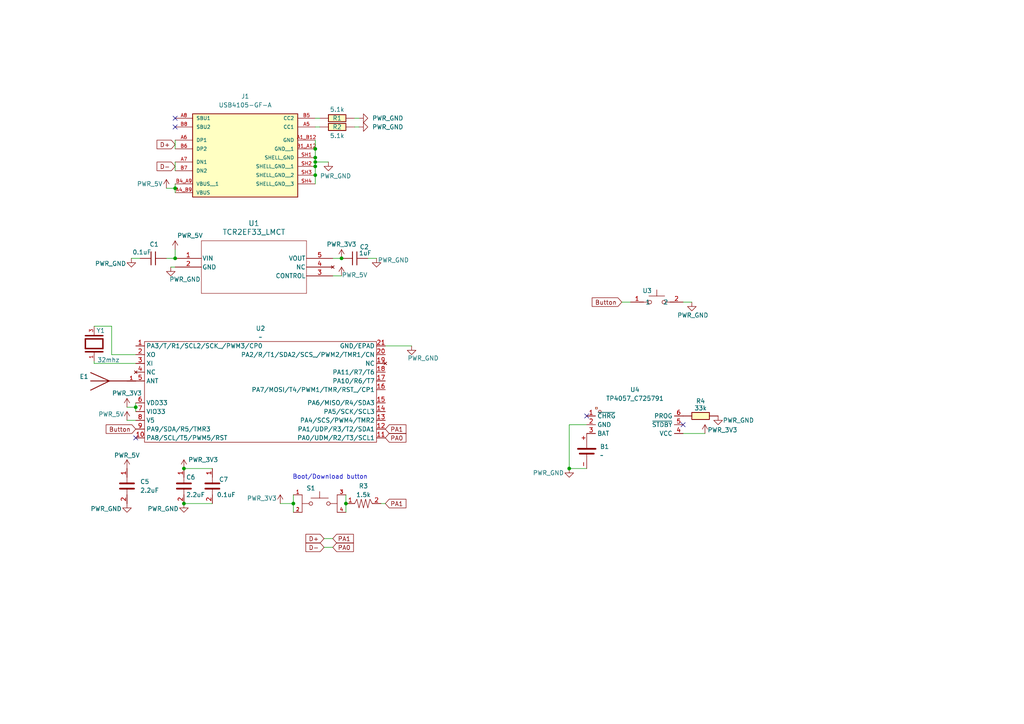
<source format=kicad_sch>
(kicad_sch (version 20250114) (generator "eeschema") (generator_version "9.0")
  (paper "A4")
  (lib_symbols
    (symbol "32mhz crystal:XRCGB32M000F2P01R0" (pin_names (offset 1.016))
      (property "Reference" "Y" (at -5.0878 3.8159 0))
      (property "Value" "XRCGB32M000F2P01R0" (at -5.0944 -5.0944 0))
      (symbol "XRCGB32M000F2P01R0_0_0"
        (polyline (pts (xy -2.3368 2.54) (xy -2.3368 -2.54)) (stroke (width 0.4064)))
        (polyline (pts (xy -1.397 2.54) (xy -1.397 -2.54)) (stroke (width 0.4064)))
        (polyline (pts (xy -1.397 2.54) (xy 1.397 2.54)) (stroke (width 0.4064)))
        (polyline (pts (xy 1.397 2.54) (xy 1.397 -2.54)) (stroke (width 0.4064)))
        (polyline (pts (xy 1.397 -2.54) (xy -1.397 -2.54)) (stroke (width 0.4064)))
        (polyline (pts (xy 2.3368 2.54) (xy 2.3368 -2.54)) (stroke (width 0.4064)))
        (pin passive line (at -5.08 0 0) (length 2.54) (name "~") (number "1"))
        (pin passive line (at 5.08 0 180) (length 2.54) (name "~") (number "3"))
      )
    )
    (symbol "CH572D:CH572D"
      (property "Reference" "U" (at 0 0 0))
      (symbol "CH572D_0_1"
        (rectangle (start -33.02 16.51) (end 34.29 -12.7))
      )
      (symbol "CH572D_1_1"
        (pin bidirectional line (at -35.56 15.24 0) (length 2.54) (name "PA3/T/R1/SCL2/SCK_/PWM3/CP0") (number "1"))
        (pin input line (at -35.56 12.7 0) (length 2.54) (name "XO") (number "2"))
        (pin input line (at -35.56 10.16 0) (length 2.54) (name "XI") (number "3"))
        (pin no_connect line (at -35.56 7.62 0) (length 2.54) (name "NC") (number "4"))
        (pin bidirectional line (at -35.56 5.08 0) (length 2.54) (name "ANT") (number "5"))
        (pin power_in line (at -35.56 -1.27 0) (length 2.54) (name "VDD33") (number "6"))
        (pin power_in line (at -35.56 -3.81 0) (length 2.54) (name "VIO33") (number "7"))
        (pin power_in line (at -35.56 -6.35 0) (length 2.54) (name "V5") (number "8"))
        (pin bidirectional line (at -35.56 -8.89 0) (length 2.54) (name "PA9/SDA/R5/TMR3") (number "9"))
        (pin bidirectional line (at -35.56 -11.43 0) (length 2.54) (name "PA8/SCL/T5/PWM5/RST") (number "10"))
        (pin power_in line (at 36.83 15.24 180) (length 2.54) (name "GND/EPAD") (number "21"))
        (pin bidirectional line (at 36.83 12.7 180) (length 2.54) (name "PA2/R/T1/SDA2/SCS_/PWM2/TMR1/CN") (number "20"))
        (pin no_connect line (at 36.83 10.16 180) (length 2.54) (name "NC") (number "19"))
        (pin bidirectional line (at 36.83 7.62 180) (length 2.54) (name "PA11/R7/T6") (number "18"))
        (pin bidirectional line (at 36.83 5.08 180) (length 2.54) (name "PA10/R6/T7") (number "17"))
        (pin bidirectional line (at 36.83 2.54 180) (length 2.54) (name "PA7/MOSI/T4/PWM1/TMR/RST_/CP1") (number "16"))
        (pin bidirectional line (at 36.83 -1.27 180) (length 2.54) (name "PA6/MISO/R4/SDA3") (number "15"))
        (pin bidirectional line (at 36.83 -3.81 180) (length 2.54) (name "PA5/SCK/SCL3") (number "14"))
        (pin bidirectional line (at 36.83 -6.35 180) (length 2.54) (name "PA4/SCS/PWM4/TMR2") (number "13"))
        (pin bidirectional line (at 36.83 -8.89 180) (length 2.54) (name "PA1/UDP/R3/T2/SDA1") (number "12"))
        (pin bidirectional line (at 36.83 -11.43 180) (length 2.54) (name "PA0/UDM/R2/T3/SCL1") (number "11"))
      )
    )
    (symbol "C_0603_2" (pin_names (offset 1.016))
      (property "Reference" "C" (at -2.794 3.302 0))
      (property "Value" "F" (at 2.794 -3.048 0))
      (symbol "C_0603_2_0_1"
        (polyline (pts (xy -0.762 -2.032) (xy -0.762 2.032)) (stroke (width 0.508)))
        (polyline (pts (xy -0.635 0) (xy -2.54 0)))
        (polyline (pts (xy 0.635 0) (xy 2.54 0)))
        (polyline (pts (xy 0.762 -2.032) (xy 0.762 2.032)) (stroke (width 0.508)))
      )
      (symbol "C_0603_2_1_1"
        (pin passive line (at -5.08 0 0) (length 2.54) (name "") (number "1"))
        (pin passive line (at 5.08 0 180) (length 2.54) (name "") (number "2"))
      )
    )
    (symbol "EasyEDA:CPG151101D01"
      (property "Reference" "U" (at 0 5.08 0))
      (property "Value" "CPG151101D01" (at 0 -5.08 0))
      (symbol "CPG151101D01_0_1"
        (polyline (pts (xy -5.08 0) (xy -2.54 0)))
        (polyline (pts (xy -2.29 1.78) (xy 2.29 1.78)))
        (circle (center -2.03 0) (radius 0.51))
        (polyline (pts (xy 0 1.78) (xy 0 3.56)))
        (circle (center 2.03 0) (radius 0.51))
        (polyline (pts (xy 5.08 0) (xy 2.54 0)))
        (pin unspecified line (at -7.62 0 0) (length 3.81) (name "1") (number "1"))
        (pin unspecified line (at 7.62 0 180) (length 3.81) (name "2") (number "2"))
      )
    )
    (symbol "EasyEDA:TP4057_C725791"
      (property "Reference" "U" (at 0 7.62 0))
      (property "Value" "TP4057_C725791" (at 0 -7.62 0))
      (symbol "TP4057_C725791_0_1"
        (rectangle (start -11.43 5.08) (end -10.92 4.57) (fill (type background)))
        (circle (center -10.16 3.81) (radius 0.38))
        (pin unspecified line (at -13.97 2.54 0) (length 2.54) (name "~{CHRG}") (number "1"))
        (pin unspecified line (at -13.97 0 0) (length 2.54) (name "GND") (number "2"))
        (pin unspecified line (at -13.97 -2.54 0) (length 2.54) (name "BAT") (number "3"))
        (pin unspecified line (at 13.97 2.54 180) (length 2.54) (name "PROG") (number "6"))
        (pin unspecified line (at 13.97 0 180) (length 2.54) (name "~{STDBY}") (number "5"))
        (pin unspecified line (at 13.97 -2.54 180) (length 2.54) (name "VCC") (number "4"))
      )
    )
    (symbol "R_0603_1" (pin_names (offset 1.016))
      (property "Reference" "R" (at -3.814 2.0087 0))
      (property "Value" "Ω" (at 0.254 -3.048 0))
      (symbol "R_0603_1_0_1"
        (polyline (pts (xy -2.54 0) (xy -1.905 1.27) (xy -1.27 -1.27) (xy -0.635 1.27) (xy 0 -1.27) (xy 0.635 1.27) (xy 1.27 -1.27) (xy 1.905 1.27) (xy 2.54 0)))
      )
      (symbol "R_0603_1_1_1"
        (pin passive line (at -5.08 0 0) (length 2.54) (name "") (number "1"))
        (pin passive line (at 5.08 0 180) (length 2.54) (name "") (number "2"))
      )
    )
    (symbol "button:TL3365AF180QG" (pin_names (offset 1.016))
      (property "Reference" "S" (at -5.08 5.08 0))
      (property "Value" "TL3365AF180QG" (at -5.08 -5.08 0))
      (symbol "TL3365AF180QG_0_0"
        (polyline (pts (xy -5.08 2.54) (xy -5.08 -2.54)) (stroke (width 0.1524)))
        (polyline (pts (xy -5.08 0) (xy -3.048 0)) (stroke (width 0.1524)))
        (polyline (pts (xy -2.54 1.5875) (xy 0 1.5875)) (stroke (width 0.1524)))
        (circle (center -2.54 0) (radius 0.508) (stroke (width 0.1524)))
        (polyline (pts (xy 0 1.5875) (xy 0 3.4925)) (stroke (width 0.1524)))
        (polyline (pts (xy 0 1.5875) (xy 2.54 1.5875)) (stroke (width 0.1524)))
        (circle (center 2.54 0) (radius 0.508) (stroke (width 0.1524)))
        (polyline (pts (xy 5.08 2.54) (xy 5.08 -2.54)) (stroke (width 0.1524)))
        (polyline (pts (xy 5.08 0) (xy 3.048 0)) (stroke (width 0.1524)))
        (pin passive line (at -7.62 2.54 0) (length 2.54) (name "~") (number "1"))
        (pin passive line (at -7.62 -2.54 0) (length 2.54) (name "~") (number "2"))
        (pin passive line (at 7.62 2.54 180) (length 2.54) (name "~") (number "3"))
        (pin passive line (at 7.62 -2.54 180) (length 2.54) (name "~") (number "4"))
      )
    )
    (symbol "ceramic antenna:AMCA31-2R450G-S1F-T3" (pin_names (offset 1.016))
      (property "Reference" "E" (at 2.8004 5.8496 0))
      (property "Value" "AMCA31-2R450G-S1F-T3" (at 2.6732 3.813 0))
      (symbol "AMCA31-2R450G-S1F-T3_0_0"
        (polyline (pts (xy 0 8.001) (xy 0 2.54)) (stroke (width 0.254)))
        (polyline (pts (xy 0 2.54) (xy -2.667 8.001)) (stroke (width 0.254)))
        (polyline (pts (xy 0 2.54) (xy 0 -5.08)) (stroke (width 0.254)))
        (polyline (pts (xy 2.413 8.001) (xy 0 2.54)) (stroke (width 0.254)))
        (pin input line (at 0 -5.08 90) (length 2.54) (name "~") (number "1"))
      )
    )
    (symbol "fab:C_0603" (pin_numbers (hide yes))
      (property "Reference" "C" (at 0.635 2.54 0))
      (property "Value" "C_0603" (at 0.635 -2.54 0))
      (symbol "C_0603_1_1"
        (polyline (pts (xy -1.905 0.635) (xy 1.905 0.635)) (stroke (width 0.25)))
        (polyline (pts (xy -1.905 -0.635) (xy 1.905 -0.635)) (stroke (width 0.25)))
        (pin passive line (at 0 3.81 270) (length 3.175) (name "~") (number "1"))
        (pin passive line (at 0 -3.81 90) (length 3.175) (name "~") (number "2"))
      )
    )
    (symbol "fab:PWR_3V3" (power) (pin_names (offset 0))
      (property "Value" "PWR_3V3" (at 0 3.556 0))
      (symbol "PWR_3V3_0_1"
        (polyline (pts (xy -0.762 1.27) (xy 0 2.54)))
        (polyline (pts (xy 0 2.54) (xy 0.762 1.27)))
        (polyline (pts (xy 0 0) (xy 0 2.54)))
      )
      (symbol "PWR_3V3_1_1"
        (pin power_in line (at 0 0 90) (length 0) (hide yes) (name "PWR_3V3") (number "1"))
      )
    )
    (symbol "fab:PWR_5V" (power) (pin_names (offset 0))
      (property "Value" "PWR_5V" (at 0 3.556 0))
      (symbol "PWR_5V_0_1"
        (polyline (pts (xy -0.762 1.27) (xy 0 2.54)))
        (polyline (pts (xy 0 2.54) (xy 0.762 1.27)))
        (polyline (pts (xy 0 0) (xy 0 2.54)))
      )
      (symbol "PWR_5V_1_1"
        (pin power_in line (at 0 0 90) (length 0) (hide yes) (name "PWR_5V") (number "1"))
      )
    )
    (symbol "fab:PWR_GND" (power) (pin_names (offset 0))
      (property "Value" "PWR_GND" (at 0 -3.81 0))
      (symbol "PWR_GND_0_1"
        (polyline (pts (xy 0 0) (xy 0 -1.27) (xy 1.27 -1.27) (xy 0 -2.54) (xy -1.27 -1.27) (xy 0 -1.27)))
      )
      (symbol "PWR_GND_1_1"
        (pin power_in line (at 0 0 270) (length 0) (hide yes) (name "PWR_GND") (number "1"))
      )
    )
    (symbol "fab:R_0603" (pin_numbers (hide yes)) (pin_names (offset 0))
      (property "Reference" "R" (at 2.54 0 90))
      (property "Value" "R_0603" (at -2.54 0 90))
      (symbol "R_0603_0_1"
        (rectangle (start -1.016 -2.54) (end 1.016 2.54) (stroke (width 0.254)) (fill (type background)))
      )
      (symbol "R_0603_1_1"
        (pin passive line (at 0 5.08 270) (length 2.54) (name "~") (number "1"))
        (pin passive line (at 0 -5.08 90) (length 2.54) (name "~") (number "2"))
      )
    )
    (symbol "supersmallbattery:Battery"
      (property "Reference" "B" (at 0 3.556 0))
      (symbol "Battery_0_1"
        (polyline (pts (xy -0.635 0) (xy -2.54 0)))
        (polyline (pts (xy -0.635 -2.54) (xy -0.635 2.54)) (stroke (width 0.508)))
        (polyline (pts (xy 0.635 0) (xy 2.54 0)))
        (polyline (pts (xy 0.762 -2.032) (xy 0.762 2.032)) (stroke (width 0.508)))
      )
      (symbol "Battery_1_1"
        (pin passive line (at -5.08 0 0) (length 2.54) (name "+") (number "+"))
        (pin passive line (at 5.08 0 180) (length 2.54) (name "") (number "-"))
      )
    )
    (symbol "usbc:USB4105-GF-A" (pin_names (offset 1.016))
      (property "Reference" "J" (at -15.24 13.97 0))
      (property "Value" "USB4105-GF-A" (at -15.24 -27.94 0))
      (symbol "USB4105-GF-A_0_0"
        (rectangle (start -15.24 12.7) (end 15.24 -11.43) (stroke (width 0.254)) (fill (type background)))
        (pin bidirectional line (at -20.32 11.43 0) (length 5.08) (name "SBU1") (number "A8"))
        (pin bidirectional line (at -20.32 8.89 0) (length 5.08) (name "SBU2") (number "B8"))
        (pin bidirectional line (at -20.32 5.08 0) (length 5.08) (name "DP1") (number "A6"))
        (pin bidirectional line (at -20.32 2.54 0) (length 5.08) (name "DP2") (number "B6"))
        (pin bidirectional line (at -20.32 -1.27 0) (length 5.08) (name "DN1") (number "A7"))
        (pin bidirectional line (at -20.32 -3.81 0) (length 5.08) (name "DN2") (number "B7"))
        (pin power_in line (at -20.32 -7.62 0) (length 5.08) (name "VBUS__1") (number "B4_A9"))
        (pin power_in line (at -20.32 -10.16 0) (length 5.08) (name "VBUS") (number "A4_B9"))
        (pin bidirectional line (at 20.32 11.43 180) (length 5.08) (name "CC2") (number "B5"))
        (pin bidirectional line (at 20.32 8.89 180) (length 5.08) (name "CC1") (number "A5"))
        (pin power_in line (at 20.32 5.08 180) (length 5.08) (name "GND") (number "A1_B12"))
        (pin power_in line (at 20.32 2.54 180) (length 5.08) (name "GND__1") (number "B1_A12"))
        (pin power_in line (at 20.32 0 180) (length 5.08) (name "SHELL_GND") (number "SH1"))
        (pin power_in line (at 20.32 -2.54 180) (length 5.08) (name "SHELL_GND__1") (number "SH2"))
        (pin power_in line (at 20.32 -5.08 180) (length 5.08) (name "SHELL_GND__2") (number "SH3"))
        (pin power_in line (at 20.32 -7.62 180) (length 5.08) (name "SHELL_GND__3") (number "SH4"))
      )
    )
    (symbol "voltage regulator:TCR2EF33_LMCT" (pin_names (offset 0.254))
      (property "Reference" "U" (at 22.86 10.16 0))
      (property "Value" "TCR2EF33_LMCT" (at 22.86 7.62 0))
      (symbol "TCR2EF33_LMCT_0_1"
        (polyline (pts (xy 7.62 5.08) (xy 7.62 -10.16)) (stroke (width 0.127)))
        (polyline (pts (xy 7.62 -10.16) (xy 38.1 -10.16)) (stroke (width 0.127)))
        (polyline (pts (xy 38.1 5.08) (xy 7.62 5.08)) (stroke (width 0.127)))
        (polyline (pts (xy 38.1 -10.16) (xy 38.1 5.08)) (stroke (width 0.127)))
        (pin power_in line (at 0 0 0) (length 7.62) (name "VIN") (number "1"))
        (pin power_out line (at 0 -2.54 0) (length 7.62) (name "GND") (number "2"))
        (pin power_in line (at 45.72 0 180) (length 7.62) (name "VOUT") (number "5"))
        (pin no_connect line (at 45.72 -2.54 180) (length 7.62) (name "NC") (number "4"))
        (pin unspecified line (at 45.72 -5.08 180) (length 7.62) (name "CONTROL") (number "3"))
      )
    )
  )
  (text "Boot/Download button\n" (at 95.758 138.43 0) (effects (font (size 1.27 1.27))))
  (junction (at 91.44 43.18))
  (junction (at 85.09 146.05))
  (junction (at 99.06 74.93))
  (junction (at 91.44 50.8))
  (junction (at 91.44 48.26))
  (junction (at 100.33 146.05))
  (junction (at 53.34 146.05))
  (junction (at 53.34 135.89))
  (junction (at 165.1 135.89))
  (junction (at 91.44 45.72))
  (junction (at 91.44 46.99))
  (junction (at 39.37 118.11))
  (junction (at 50.8 54.61))
  (junction (at 50.8 74.93))
  (no_connect (at 50.8 34.29))
  (no_connect (at 170.18 120.65))
  (no_connect (at 39.37 127))
  (no_connect (at 50.8 36.83))
  (no_connect (at 198.12 123.19))
  (wire (pts (xy 200.66 87.63) (xy 198.12 87.63)))
  (wire (pts (xy 165.1 123.19) (xy 170.18 123.19)))
  (wire (pts (xy 39.37 118.11) (xy 39.37 119.38)))
  (wire (pts (xy 91.44 40.64) (xy 91.44 43.18)))
  (wire (pts (xy 27.305 105.41) (xy 39.37 105.41)))
  (wire (pts (xy 27.305 94.615) (xy 32.385 94.615)))
  (wire (pts (xy 36.83 118.11) (xy 39.37 118.11)))
  (wire (pts (xy 102.87 34.29) (xy 104.14 34.29)))
  (wire (pts (xy 91.44 34.29) (xy 92.71 34.29)))
  (wire (pts (xy 32.385 102.87) (xy 39.37 102.87)))
  (wire (pts (xy 96.52 80.01) (xy 99.06 80.01)))
  (wire (pts (xy 48.26 74.93) (xy 50.8 74.93)))
  (wire (pts (xy 32.385 94.615) (xy 32.385 102.87)))
  (wire (pts (xy 50.8 46.99) (xy 50.8 49.53)))
  (wire (pts (xy 91.44 50.8) (xy 91.44 53.34)))
  (wire (pts (xy 81.28 146.05) (xy 85.09 146.05)))
  (wire (pts (xy 100.33 146.05) (xy 100.33 148.59)))
  (wire (pts (xy 85.09 143.51) (xy 85.09 146.05)))
  (wire (pts (xy 91.44 46.99) (xy 95.25 46.99)))
  (wire (pts (xy 102.87 36.83) (xy 104.14 36.83)))
  (wire (pts (xy 93.98 156.21) (xy 96.52 156.21)))
  (wire (pts (xy 99.06 74.93) (xy 96.52 74.93)))
  (wire (pts (xy 93.98 158.75) (xy 96.52 158.75)))
  (wire (pts (xy 27.305 105.41) (xy 27.305 104.775)))
  (wire (pts (xy 49.53 77.47) (xy 50.8 77.47)))
  (wire (pts (xy 38.1 74.93) (xy 40.64 74.93)))
  (wire (pts (xy 50.8 40.64) (xy 50.8 43.18)))
  (wire (pts (xy 53.34 146.05) (xy 61.595 146.05)))
  (wire (pts (xy 110.49 146.05) (xy 111.76 146.05)))
  (wire (pts (xy 91.44 46.99) (xy 91.44 48.26)))
  (wire (pts (xy 180.34 87.63) (xy 182.88 87.63)))
  (wire (pts (xy 100.33 143.51) (xy 100.33 146.05)))
  (wire (pts (xy 50.8 72.39) (xy 50.8 74.93)))
  (wire (pts (xy 165.1 135.89) (xy 165.1 123.19)))
  (wire (pts (xy 36.83 121.92) (xy 39.37 121.92)))
  (wire (pts (xy 91.44 36.83) (xy 92.71 36.83)))
  (wire (pts (xy 91.44 48.26) (xy 91.44 50.8)))
  (wire (pts (xy 39.37 116.84) (xy 39.37 118.11)))
  (wire (pts (xy 91.44 43.18) (xy 91.44 45.72)))
  (wire (pts (xy 53.34 135.89) (xy 61.595 135.89)))
  (wire (pts (xy 85.09 146.05) (xy 85.09 148.59)))
  (wire (pts (xy 50.8 54.61) (xy 50.8 55.88)))
  (wire (pts (xy 91.44 45.72) (xy 91.44 46.99)))
  (wire (pts (xy 165.1 135.89) (xy 170.18 135.89)))
  (wire (pts (xy 48.26 54.61) (xy 50.8 54.61)))
  (wire (pts (xy 109.22 74.93) (xy 106.68 74.93)))
  (wire (pts (xy 111.76 100.33) (xy 119.38 100.33)))
  (wire (pts (xy 204.47 125.73) (xy 198.12 125.73)))
  (wire (pts (xy 50.8 53.34) (xy 50.8 54.61)))
  (global_label "D+" (shape input) (at 50.8 41.91 180) (property "Intersheetrefs" "${INTERSHEET_REFS}" (effects (hide yes))))
  (global_label "D+" (shape input) (at 93.98 156.21 180) (property "Intersheetrefs" "${INTERSHEET_REFS}" (effects (hide yes))))
  (global_label "PA1" (shape input) (at 111.76 146.05 0) (property "Intersheetrefs" "${INTERSHEET_REFS}" (effects (hide yes))))
  (global_label "PA1" (shape input) (at 111.76 124.46 0) (property "Intersheetrefs" "${INTERSHEET_REFS}" (effects (hide yes))))
  (global_label "D-" (shape input) (at 50.8 48.26 180) (property "Intersheetrefs" "${INTERSHEET_REFS}" (effects (hide yes))))
  (global_label "D-" (shape input) (at 93.98 158.75 180) (property "Intersheetrefs" "${INTERSHEET_REFS}" (effects (hide yes))))
  (global_label "PA0" (shape input) (at 96.52 158.75 0) (property "Intersheetrefs" "${INTERSHEET_REFS}" (effects (hide yes))))
  (global_label "Button" (shape input) (at 180.34 87.63 180) (property "Intersheetrefs" "${INTERSHEET_REFS}" (effects (hide yes))))
  (global_label "PA1" (shape input) (at 96.52 156.21 0) (property "Intersheetrefs" "${INTERSHEET_REFS}" (effects (hide yes))))
  (global_label "Button" (shape input) (at 39.37 124.46 180) (property "Intersheetrefs" "${INTERSHEET_REFS}" (effects (hide yes))))
  (global_label "PA0" (shape input) (at 111.76 127 0) (property "Intersheetrefs" "${INTERSHEET_REFS}" (effects (hide yes))))
  (symbol (lib_id "EasyEDA:TP4057_C725791") (at 184.15 123.19 0) (unit 1)
    (property "Reference" "U4" (at 184.15 113.03 0))
    (property "Value" "TP4057_C725791" (at 184.15 115.57 0))
    (property "Footprint" "EasyEDA:SOT-23-6_L2.9-W1.6-P0.95-LS2.8-BR" (effects (hide yes)))
    (property "Datasheet" "https://lcsc.com/product-detail/PMIC-Battery-Management_UMW-Youtai-Semiconductor-Co-Ltd-TP4057_C725791.html" (effects (hide yes)))
    (property "LCSC Part" "C725791" (effects (hide yes)))
  )
  (symbol (lib_id "EasyEDA:CPG151101D01") (at 190.5 87.63 0) (unit 1)
    (property "Reference" "U3" (at 187.706 84.328 0))
    (property "Value" "CPG151101D01" (effects (hide yes)))
    (property "Footprint" "EasyEDA:SW-TH_CPG151101D9X" (effects (hide yes)))
    (property "LCSC Part" "C49234238" (effects (hide yes)))
  )
  (symbol (lib_id "fab:PWR_5V") (at 50.8 72.39 0) (unit 1)
    (property "Reference" "#PWR0109" (effects (hide yes)))
    (property "Value" "PWR_5V" (at 55.118 68.326 0))
    (property "Description" "Power symbol creates a global label with name \"+5V\"" (effects (hide yes)))
  )
  (symbol (lib_id "fab:PWR_GND") (at 104.14 36.83 90) (unit 1)
    (property "Reference" "#PWR0103" (effects (hide yes)))
    (property "Value" "PWR_GND" (at 107.95 36.8299 90) (effects (justify right)))
    (property "Description" "Power symbol creates a global label with name \"GND\" , ground" (effects (hide yes)))
  )
  (symbol (lib_id "fab:PWR_GND") (at 53.34 146.05 0) (unit 1)
    (property "Reference" "#PWR012" (effects (hide yes)))
    (property "Value" "PWR_GND" (at 51.816 147.574 0) (effects (justify right)))
    (property "Description" "Power symbol creates a global label with name \"GND\" , ground" (effects (hide yes)))
  )
  (symbol (lib_id "supersmallbattery:Battery") (at 170.18 130.81 270) (unit 1)
    (property "Reference" "B1" (at 173.99 129.5399 90) (effects (justify left)))
    (property "Value" "~" (at 173.99 132.0799 90) (effects (justify left)))
    (property "Footprint" "Footprint:supersmallbattery" (effects (hide yes)))
  )
  (symbol (lib_id "fab:PWR_GND") (at 200.66 87.63 0) (unit 1)
    (property "Reference" "#PWR06" (effects (hide yes)))
    (property "Value" "PWR_GND" (at 205.486 91.44 0) (effects (justify right)))
    (property "Description" "Power symbol creates a global label with name \"GND\" , ground" (effects (hide yes)))
  )
  (symbol (lib_id "ceramic antenna:AMCA31-2R450G-S1F-T3") (at 34.29 110.49 90) (unit 1)
    (property "Reference" "E1" (at 24.384 109.22 90))
    (property "Value" "AMCA31-2R450G-S1F-T3" (effects (hide yes)))
    (property "Footprint" "CHXXX:ANT-F-1-2.4G-1.6mmFR4-WCH" (effects (hide yes)))
    (property "PARTREV" "03-21-19" (effects (hide yes)))
    (property "STANDARD" "Manufacturer Recommendations" (effects (hide yes)))
    (property "SNAPEDA_PN" "AMCA31-2R450G-S1F-T3" (effects (hide yes)))
    (property "MAXIMUM_PACKAGE_HEIGHT" "1.4mm" (effects (hide yes)))
    (property "MANUFACTURER" "Abracon" (effects (hide yes)))
  )
  (symbol (lib_id "fab:C_0603") (at 44.45 74.93 90) (unit 1)
    (property "Reference" "C1" (at 44.704 70.866 90))
    (property "Value" "0.1uF" (at 41.148 73.152 90))
    (property "Footprint" "Footprint:C_0603" (effects (hide yes)))
    (property "Datasheet" "https://www.yageo.com/upload/media/product/productsearch/datasheet/mlcc/UPY-GP_NP0_16V-to-50V_18.pdf" (effects (hide yes)))
    (property "Description" "Unpolarized capacitor, SMD, 1206" (effects (hide yes)))
  )
  (symbol (lib_id "fab:PWR_GND") (at 49.53 77.47 0) (unit 1)
    (property "Reference" "#PWR0110" (effects (hide yes)))
    (property "Value" "PWR_GND" (at 58.166 81.026 0) (effects (justify right)))
    (property "Description" "Power symbol creates a global label with name \"GND\" , ground" (effects (hide yes)))
  )
  (symbol (lib_id "button:TL3365AF180QG") (at 92.71 146.05 0) (unit 1)
    (property "Reference" "S1" (at 90.17 141.605 0))
    (property "Value" "TL3365AF180QG" (effects (hide yes)))
    (property "Footprint" "Footprint:button" (effects (hide yes)))
    (property "PARTREV" "A" (effects (hide yes)))
    (property "SNAPEDA_PN" "TL3365AF180QG" (effects (hide yes)))
    (property "STANDARD" "Manufacturer Recommendations" (effects (hide yes)))
    (property "MAXIMUM_PACKAGE_HEIGHT" "2.5 mm" (effects (hide yes)))
    (property "MANUFACTURER" "E-Switch" (effects (hide yes)))
  )
  (symbol (lib_id "fab:PWR_GND") (at 119.38 100.33 0) (unit 1)
    (property "Reference" "#PWR05" (effects (hide yes)))
    (property "Value" "PWR_GND" (at 127.254 103.886 0) (effects (justify right)))
    (property "Description" "Power symbol creates a global label with name \"GND\" , ground" (effects (hide yes)))
  )
  (symbol (lib_id "fab:PWR_5V") (at 36.83 121.92 0) (unit 1)
    (property "Reference" "#PWR02" (effects (hide yes)))
    (property "Value" "PWR_5V" (at 32.258 120.142 0))
    (property "Description" "Power symbol creates a global label with name \"+5V\"" (effects (hide yes)))
  )
  (symbol (lib_id "fab:C_0603") (at 102.87 74.93 90) (unit 1)
    (property "Reference" "C2" (at 105.664 71.628 90))
    (property "Value" "1uF" (at 105.918 73.406 90))
    (property "Footprint" "Footprint:C_0603" (effects (hide yes)))
    (property "Datasheet" "https://www.yageo.com/upload/media/product/productsearch/datasheet/mlcc/UPY-GP_NP0_16V-to-50V_18.pdf" (effects (hide yes)))
    (property "Description" "Unpolarized capacitor, SMD, 1206" (effects (hide yes)))
  )
  (symbol (lib_name "C_0603_2") (lib_id "0603:C_0603") (at 61.595 140.97 270) (unit 1)
    (property "Reference" "C7" (at 63.5 139.065 90) (effects (justify left)))
    (property "Value" "0.1uF" (at 62.865 143.51 90) (effects (justify left)))
    (property "Footprint" "Footprint:C_0603" (effects (hide yes)))
    (property "MANUFACTURER" "YAGEO" (effects (hide yes)))
  )
  (symbol (lib_id "fab:PWR_GND") (at 95.25 46.99 0) (unit 1)
    (property "Reference" "#PWR0101" (effects (hide yes)))
    (property "Value" "PWR_GND" (at 101.854 51.054 0) (effects (justify right)))
    (property "Description" "Power symbol creates a global label with name \"GND\" , ground" (effects (hide yes)))
  )
  (symbol (lib_id "CH572D:CH572D") (at 74.93 115.57 0) (unit 1)
    (property "Reference" "U2" (at 75.565 95.25 0))
    (property "Value" "~" (at 75.565 97.79 0))
    (property "Footprint" "Footprint:CH572D" (effects (hide yes)))
  )
  (symbol (lib_id "usbc:USB4105-GF-A") (at 71.12 45.72 0) (unit 1)
    (property "Reference" "J1" (at 71.12 27.94 0))
    (property "Value" "USB4105-GF-A" (at 71.12 30.48 0))
    (property "Footprint" "Footprint:usbc" (effects (hide yes)))
    (property "PARTREV" "B4" (effects (hide yes)))
    (property "STANDARD" "Manufacturer Recommendations" (effects (hide yes)))
    (property "MAXIMUM_PACKAGE_HEIGHT" "3.31 mm" (effects (hide yes)))
    (property "MANUFACTURER" "GCT" (effects (hide yes)))
  )
  (symbol (lib_id "fab:PWR_3V3") (at 99.06 74.93 0) (unit 1)
    (property "Reference" "#PWR0102" (effects (hide yes)))
    (property "Value" "PWR_3V3" (at 99.06 70.866 0))
    (property "Description" "Power symbol creates a global label with name \"+3V3\"" (effects (hide yes)))
  )
  (symbol (lib_id "32mhz crystal:XRCGB32M000F2P01R0") (at 27.305 99.695 90) (unit 1)
    (property "Reference" "Y1" (at 27.94 95.885 90) (effects (justify right)))
    (property "Value" "32mhz" (at 28.194 104.394 90) (effects (justify right)))
    (property "Footprint" "Footprint:32mhz crystal" (effects (hide yes)))
    (property "PARTREV" "N/A" (effects (hide yes)))
    (property "MANUFACTURER" "Murata Electronics" (effects (hide yes)))
    (property "MAXIMUM_PACKAGE_HEIGHT" "0.7 mm" (effects (hide yes)))
    (property "STANDARD" "Manufacturer Recommendations" (effects (hide yes)))
  )
  (symbol (lib_id "fab:PWR_GND") (at 109.22 74.93 0) (unit 1)
    (property "Reference" "#PWR0106" (effects (hide yes)))
    (property "Value" "PWR_GND" (at 118.618 75.438 0) (effects (justify right)))
    (property "Description" "Power symbol creates a global label with name \"GND\" , ground" (effects (hide yes)))
  )
  (symbol (lib_name "R_0603_1") (lib_id "0603:R_0603") (at 105.41 146.05 0) (unit 1)
    (property "Reference" "R3" (at 105.41 140.97 0))
    (property "Value" "1.5k" (at 105.41 143.51 0))
    (property "Footprint" "Footprint:R_0603" (effects (hide yes)))
    (property "MANUFACTURER" "YAGEO" (effects (hide yes)))
  )
  (symbol (lib_name "C_0603_2") (lib_id "0603:C_0603") (at 53.34 140.97 270) (unit 1)
    (property "Reference" "C6" (at 53.975 138.43 90) (effects (justify left)))
    (property "Value" "2.2uF" (at 53.975 143.51 90) (effects (justify left)))
    (property "Footprint" "Footprint:C_0603" (effects (hide yes)))
    (property "MANUFACTURER" "YAGEO" (effects (hide yes)))
  )
  (symbol (lib_id "fab:PWR_3V3") (at 81.28 146.05 0) (unit 1)
    (property "Reference" "#PWR013" (effects (hide yes)))
    (property "Value" "PWR_3V3" (at 75.946 144.526 0))
    (property "Description" "Power symbol creates a global label with name \"+3V3\"" (effects (hide yes)))
  )
  (symbol (lib_id "voltage regulator:TCR2EF33_LMCT") (at 50.8 74.93 0) (unit 1)
    (property "Reference" "U1" (at 73.66 64.77 0) (effects (font (size 1.524 1.524))))
    (property "Value" "TCR2EF33_LMCT" (at 73.66 67.31 0) (effects (font (size 1.524 1.524))))
    (property "Footprint" "Footprint:voltage regulator" (effects (hide yes)))
    (property "Datasheet" "TCR2EF33_LMCT" (effects (hide yes)))
  )
  (symbol (lib_id "fab:PWR_3V3") (at 53.34 135.89 0) (unit 1)
    (property "Reference" "#PWR03" (effects (hide yes)))
    (property "Value" "PWR_3V3" (at 58.928 133.35 0))
    (property "Description" "Power symbol creates a global label with name \"+3V3\"" (effects (hide yes)))
  )
  (symbol (lib_id "fab:PWR_GND") (at 38.1 74.93 0) (unit 1)
    (property "Reference" "#PWR0108" (effects (hide yes)))
    (property "Value" "PWR_GND" (at 36.576 76.454 0) (effects (justify right)))
    (property "Description" "Power symbol creates a global label with name \"GND\" , ground" (effects (hide yes)))
  )
  (symbol (lib_id "fab:PWR_GND") (at 36.83 146.05 0) (unit 1)
    (property "Reference" "#PWR09" (effects (hide yes)))
    (property "Value" "PWR_GND" (at 35.306 147.574 0) (effects (justify right)))
    (property "Description" "Power symbol creates a global label with name \"GND\" , ground" (effects (hide yes)))
  )
  (symbol (lib_id "fab:PWR_GND") (at 104.14 34.29 90) (unit 1)
    (property "Reference" "#PWR0104" (effects (hide yes)))
    (property "Value" "PWR_GND" (at 107.95 34.2899 90) (effects (justify right)))
    (property "Description" "Power symbol creates a global label with name \"GND\" , ground" (effects (hide yes)))
  )
  (symbol (lib_id "fab:PWR_3V3") (at 204.47 125.73 0) (unit 1)
    (property "Reference" "#PWR010" (effects (hide yes)))
    (property "Value" "PWR_3V3" (at 209.55 124.714 0))
    (property "Description" "Power symbol creates a global label with name \"+3V3\"" (effects (hide yes)))
  )
  (symbol (lib_id "fab:PWR_5V") (at 99.06 80.01 0) (unit 1)
    (property "Reference" "#PWR0105" (effects (hide yes)))
    (property "Value" "PWR_5V" (at 102.87 79.756 0))
    (property "Description" "Power symbol creates a global label with name \"+5V\"" (effects (hide yes)))
  )
  (symbol (lib_id "fab:R_0603") (at 203.2 120.65 270) (unit 1)
    (property "Reference" "R4" (at 203.2 116.332 90))
    (property "Value" "33k" (at 203.2 118.364 90))
    (property "Footprint" "Footprint:0603" (effects (hide yes)))
    (property "Description" "Resistor" (effects (hide yes)))
  )
  (symbol (lib_id "fab:R_0603") (at 97.79 34.29 90) (unit 1)
    (property "Reference" "R1" (at 97.79 34.29 90))
    (property "Value" "5.1k" (at 97.79 31.75 90))
    (property "Footprint" "Footprint:R_0603" (effects (hide yes)))
    (property "Description" "Resistor" (effects (hide yes)))
  )
  (symbol (lib_id "fab:PWR_5V") (at 48.26 54.61 0) (unit 1)
    (property "Reference" "#PWR0107" (effects (hide yes)))
    (property "Value" "PWR_5V" (at 43.434 53.34 0))
    (property "Description" "Power symbol creates a global label with name \"+5V\"" (effects (hide yes)))
  )
  (symbol (lib_id "fab:PWR_5V") (at 36.83 135.89 0) (unit 1)
    (property "Reference" "#PWR04" (effects (hide yes)))
    (property "Value" "PWR_5V" (at 36.83 132.08 0))
    (property "Description" "Power symbol creates a global label with name \"+5V\"" (effects (hide yes)))
  )
  (symbol (lib_id "fab:PWR_GND") (at 208.28 120.65 0) (unit 1)
    (property "Reference" "#PWR011" (effects (hide yes)))
    (property "Value" "PWR_GND" (at 218.694 121.92 0) (effects (justify right)))
    (property "Description" "Power symbol creates a global label with name \"GND\" , ground" (effects (hide yes)))
  )
  (symbol (lib_id "fab:PWR_3V3") (at 36.83 118.11 0) (unit 1)
    (property "Reference" "#PWR01" (effects (hide yes)))
    (property "Value" "PWR_3V3" (at 36.83 114.046 0))
    (property "Description" "Power symbol creates a global label with name \"+3V3\"" (effects (hide yes)))
  )
  (symbol (lib_name "C_0603_2") (lib_id "0603:C_0603") (at 36.83 140.97 270) (unit 1)
    (property "Reference" "C5" (at 40.64 139.6999 90) (effects (justify left)))
    (property "Value" "2.2uF" (at 40.64 142.2399 90) (effects (justify left)))
    (property "Footprint" "Footprint:C_0603" (effects (hide yes)))
    (property "MANUFACTURER" "YAGEO" (effects (hide yes)))
  )
  (symbol (lib_id "fab:R_0603") (at 97.79 36.83 90) (unit 1)
    (property "Reference" "R2" (at 97.79 36.83 90))
    (property "Value" "5.1k" (at 97.79 39.37 90))
    (property "Footprint" "Footprint:R_0603" (effects (hide yes)))
    (property "Description" "Resistor" (effects (hide yes)))
  )
  (symbol (lib_id "fab:PWR_GND") (at 165.1 135.89 0) (unit 1)
    (property "Reference" "#PWR07" (effects (hide yes)))
    (property "Value" "PWR_GND" (at 163.576 137.16 0) (effects (justify right)))
    (property "Description" "Power symbol creates a global label with name \"GND\" , ground" (effects (hide yes)))
  )
)
</source>
